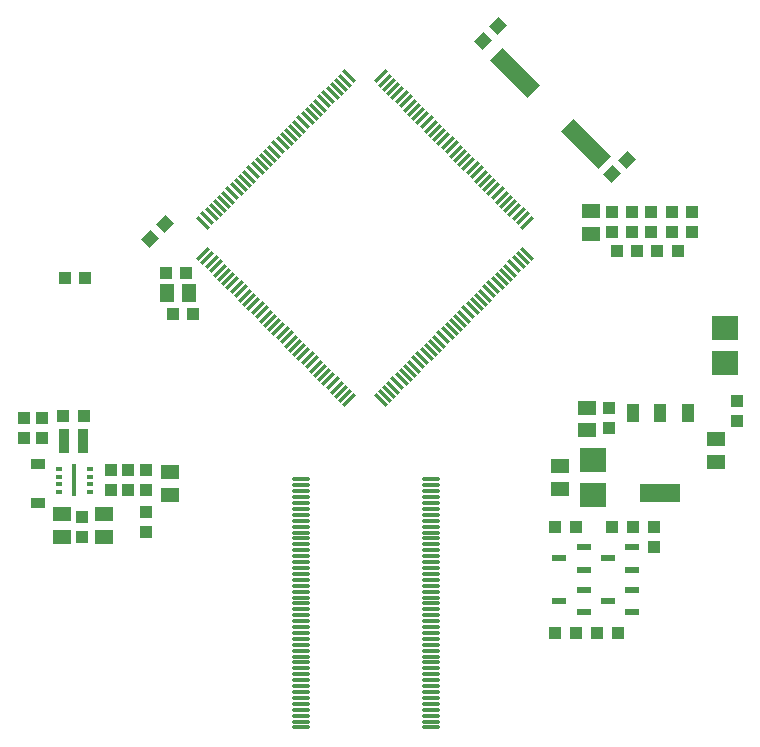
<source format=gbr>
%FSDAX24Y24*%
%MOIN*%
%SFA1B1*%

%IPPOS*%
%AMD18*
4,1,4,0.029200,0.001300,0.001300,0.029200,-0.029200,-0.001300,-0.001300,-0.029200,0.029200,0.001300,0.0*
%
%AMD46*
4,1,4,0.023700,-0.013900,-0.013900,0.023700,-0.023700,0.013900,0.013900,-0.023700,0.023700,-0.013900,0.0*
%
%AMD47*
4,1,4,0.013900,0.023700,-0.023700,-0.013900,-0.013900,-0.023700,0.023700,0.013900,0.013900,0.023700,0.0*
%
%AMD49*
4,1,4,-0.083500,0.041800,0.041800,-0.083500,0.083500,-0.041800,-0.041800,0.083500,-0.083500,0.041800,0.0*
%
%ADD10R,0.039400X0.043300*%
%ADD11R,0.043300X0.039400*%
G04~CAMADD=18~9~0.0~0.0~394.0~433.0~0.0~0.0~0~0.0~0.0~0.0~0.0~0~0.0~0.0~0.0~0.0~0~0.0~0.0~0.0~315.0~584.0~583.0*
%ADD18D18*%
%ADD24R,0.086600X0.078700*%
%ADD25R,0.051200X0.059100*%
%ADD26R,0.059100X0.051200*%
G04~CAMADD=46~9~0.0~0.0~532.0~138.0~0.0~0.0~0~0.0~0.0~0.0~0.0~0~0.0~0.0~0.0~0.0~0~0.0~0.0~0.0~315.0~474.0~473.0*
%ADD46D46*%
G04~CAMADD=47~9~0.0~0.0~532.0~138.0~0.0~0.0~0~0.0~0.0~0.0~0.0~0~0.0~0.0~0.0~0.0~0~0.0~0.0~0.0~45.0~474.0~473.0*
%ADD47D47*%
%ADD48O,0.063000X0.011800*%
G04~CAMADD=49~9~0.0~0.0~1772.0~591.0~0.0~0.0~0~0.0~0.0~0.0~0.0~0~0.0~0.0~0.0~0.0~0~0.0~0.0~0.0~135.0~1670.0~1669.0*
%ADD49D49*%
%ADD50R,0.135800X0.061000*%
%ADD51R,0.043300X0.061000*%
%ADD52R,0.043300X0.061000*%
%ADD53R,0.016500X0.107900*%
%ADD54R,0.019700X0.013800*%
%ADD55R,0.051200X0.023600*%
%ADD56R,0.048000X0.035800*%
%ADD57R,0.033500X0.078700*%
%LNde-020717_paste_bot-1*%
%LPD*%
G54D10*
X005700Y008235D03*
Y007565D03*
X022650Y007065D03*
Y007735D03*
X001650Y010715D03*
Y011385D03*
X002250Y010715D03*
Y011385D03*
X004550Y009639D03*
Y008970D03*
X025400Y011935D03*
Y011265D03*
X021150Y011715D03*
Y011045D03*
X005700Y009635D03*
Y008965D03*
X005120Y009635D03*
Y008965D03*
X003580Y008085D03*
Y007415D03*
X023250Y018261D03*
Y017591D03*
X023900Y018261D03*
Y017591D03*
X022550Y018261D03*
Y017591D03*
X021900Y018261D03*
Y017591D03*
X021250Y018261D03*
Y017591D03*
G54D11*
X022085Y016950D03*
X021415D03*
X003635Y011450D03*
X002965D03*
X003669Y016050D03*
X003000D03*
X021265Y007750D03*
X021935D03*
X020035D03*
X019365D03*
X021435Y004200D03*
X020765D03*
X020035D03*
X019365D03*
X023435Y016950D03*
X022765D03*
X006615Y014850D03*
X007285D03*
X006375Y016230D03*
X007045D03*
G54D18*
X005863Y017363D03*
X006337Y017837D03*
X021737Y019987D03*
X021263Y019513D03*
X017437Y024437D03*
X016963Y023963D03*
G54D24*
X020600Y008809D03*
Y009991D03*
X025000Y013209D03*
Y014391D03*
G54D25*
X007154Y015540D03*
X006406D03*
G54D26*
X004300Y007426D03*
Y008174D03*
X019500Y009026D03*
Y009774D03*
X024700Y009926D03*
Y010674D03*
X020430Y010966D03*
Y011714D03*
X006500Y008826D03*
Y009574D03*
X002900Y008174D03*
Y007426D03*
X020550Y018274D03*
Y017526D03*
G54D46*
X012495Y022767D03*
X012356Y022628D03*
X012217Y022489D03*
X012078Y022349D03*
X011939Y022210D03*
X011799Y022071D03*
X011660Y021932D03*
X011521Y021793D03*
X011382Y021653D03*
X011243Y021514D03*
X011103Y021375D03*
X010964Y021236D03*
X010825Y021097D03*
X010686Y020957D03*
X010547Y020818D03*
X010407Y020679D03*
X010268Y020540D03*
X010129Y020401D03*
X009990Y020261D03*
X009851Y020122D03*
X009711Y019983D03*
X009572Y019844D03*
X009433Y019705D03*
X009294Y019565D03*
X009155Y019426D03*
X009016Y019287D03*
X008876Y019148D03*
X008737Y019009D03*
X008598Y018869D03*
X008459Y018730D03*
X008320Y018591D03*
X008180Y018452D03*
X008041Y018313D03*
X007902Y018173D03*
X007763Y018034D03*
X007624Y017895D03*
X013539Y011979D03*
X013679Y012119D03*
X013818Y012258D03*
X013957Y012397D03*
X014096Y012536D03*
X014235Y012675D03*
X014375Y012815D03*
X014514Y012954D03*
X014653Y013093D03*
X014792Y013232D03*
X014931Y013371D03*
X015070Y013510D03*
X015210Y013650D03*
X015349Y013789D03*
X015488Y013928D03*
X015627Y014067D03*
X015766Y014206D03*
X015906Y014346D03*
X016045Y014485D03*
X016184Y014624D03*
X016323Y014763D03*
X016462Y014902D03*
X016602Y015042D03*
X016741Y015181D03*
X016880Y015320D03*
X017298Y015738D03*
X017437Y015877D03*
X017576Y016016D03*
X018133Y016573D03*
X018272Y016712D03*
X018411Y016851D03*
X017715Y016155D03*
X017158Y015598D03*
X017019Y015459D03*
X017854Y016294D03*
X017994Y016434D03*
G54D47*
X007624Y016851D03*
X007763Y016712D03*
X007902Y016573D03*
X008041Y016434D03*
X008180Y016294D03*
X008320Y016155D03*
X008459Y016016D03*
X008598Y015877D03*
X008737Y015738D03*
X008876Y015598D03*
X009016Y015459D03*
X009433Y015042D03*
X009572Y014902D03*
X009711Y014763D03*
X010129Y014346D03*
X010268Y014206D03*
X010407Y014067D03*
X010547Y013928D03*
X010686Y013789D03*
X010825Y013650D03*
X010964Y013510D03*
X011103Y013371D03*
X011243Y013232D03*
X011382Y013093D03*
X011521Y012954D03*
X011660Y012815D03*
X011799Y012675D03*
X011939Y012536D03*
X012078Y012397D03*
X012217Y012258D03*
X012356Y012119D03*
X012495Y011979D03*
X018411Y017895D03*
X018272Y018034D03*
X018133Y018173D03*
X017994Y018313D03*
X017854Y018452D03*
X017715Y018591D03*
X017576Y018730D03*
X017437Y018869D03*
X017298Y019009D03*
X017158Y019148D03*
X017019Y019287D03*
X016880Y019426D03*
X016741Y019565D03*
X016602Y019705D03*
X016462Y019844D03*
X016323Y019983D03*
X016184Y020122D03*
X016045Y020261D03*
X015906Y020401D03*
X015766Y020540D03*
X015627Y020679D03*
X015488Y020818D03*
X015349Y020957D03*
X015210Y021097D03*
X015070Y021236D03*
X014931Y021375D03*
X014792Y021514D03*
X014653Y021653D03*
X014514Y021793D03*
X014375Y021932D03*
X014235Y022071D03*
X014096Y022210D03*
X013957Y022349D03*
X013818Y022489D03*
X013679Y022628D03*
X013539Y022767D03*
X009155Y015320D03*
X009851Y014624D03*
X009990Y014485D03*
X009294Y015181D03*
G54D48*
X015225Y006184D03*
Y005594D03*
Y005791D03*
Y005987D03*
Y006381D03*
X010895Y008546D03*
Y008743D03*
Y009137D03*
Y008153D03*
Y006972D03*
Y007365D03*
Y007562D03*
Y007956D03*
Y001066D03*
Y001263D03*
Y001460D03*
Y001657D03*
Y001854D03*
Y002050D03*
Y002247D03*
Y002444D03*
Y002641D03*
Y002838D03*
Y003035D03*
Y003232D03*
Y003428D03*
Y003625D03*
Y003822D03*
Y004019D03*
Y004216D03*
Y004413D03*
Y004609D03*
Y004806D03*
Y005003D03*
Y005200D03*
Y005397D03*
Y005594D03*
Y005791D03*
Y005987D03*
Y006184D03*
Y006381D03*
Y006578D03*
Y006775D03*
Y007168D03*
Y007759D03*
Y008350D03*
Y008940D03*
Y009334D03*
X015225Y001066D03*
Y001263D03*
Y001460D03*
Y001657D03*
Y001854D03*
Y002050D03*
Y002247D03*
Y002444D03*
Y002641D03*
Y002838D03*
Y003035D03*
Y003232D03*
Y003428D03*
Y003625D03*
Y003822D03*
Y004019D03*
Y004216D03*
Y004413D03*
Y004609D03*
Y004806D03*
Y005003D03*
Y005200D03*
Y005397D03*
Y006578D03*
Y006775D03*
Y006972D03*
Y007168D03*
Y007365D03*
Y007562D03*
Y007759D03*
Y007956D03*
Y008153D03*
Y008350D03*
Y008546D03*
Y008743D03*
Y008940D03*
Y009137D03*
Y009334D03*
G54D49*
X020383Y020517D03*
X018017Y022883D03*
G54D50*
X022860Y008881D03*
G54D51*
X023766Y011539D03*
X022860D03*
G54D52*
X021955Y011539D03*
G54D53*
X003330Y009300D03*
G54D54*
X002818Y009684D03*
Y009428D03*
Y009172D03*
Y008916D03*
X003842D03*
Y009172D03*
Y009428D03*
Y009684D03*
G54D55*
X021100Y006700D03*
X021927Y006326D03*
Y007074D03*
X021100Y005274D03*
X021927Y004900D03*
Y005648D03*
X019473Y005274D03*
X020300Y004900D03*
Y005648D03*
X019487Y006700D03*
X020313Y006326D03*
Y007074D03*
G54D56*
X002100Y008556D03*
Y009844D03*
G54D57*
X003625Y010600D03*
X002975D03*
M02*
</source>
